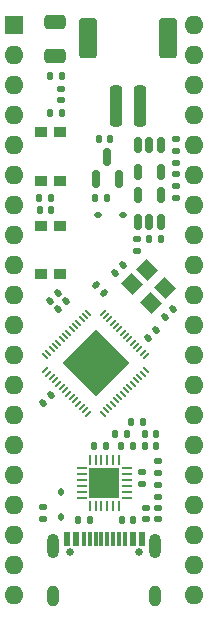
<source format=gbr>
%TF.GenerationSoftware,KiCad,Pcbnew,8.0.6*%
%TF.CreationDate,2024-11-16T14:28:32-06:00*%
%TF.ProjectId,ATesp32,41546573-7033-4322-9e6b-696361645f70,rev?*%
%TF.SameCoordinates,PX47868c0PY608f3d0*%
%TF.FileFunction,Soldermask,Top*%
%TF.FilePolarity,Negative*%
%FSLAX46Y46*%
G04 Gerber Fmt 4.6, Leading zero omitted, Abs format (unit mm)*
G04 Created by KiCad (PCBNEW 8.0.6) date 2024-11-16 14:28:32*
%MOMM*%
%LPD*%
G01*
G04 APERTURE LIST*
G04 Aperture macros list*
%AMRoundRect*
0 Rectangle with rounded corners*
0 $1 Rounding radius*
0 $2 $3 $4 $5 $6 $7 $8 $9 X,Y pos of 4 corners*
0 Add a 4 corners polygon primitive as box body*
4,1,4,$2,$3,$4,$5,$6,$7,$8,$9,$2,$3,0*
0 Add four circle primitives for the rounded corners*
1,1,$1+$1,$2,$3*
1,1,$1+$1,$4,$5*
1,1,$1+$1,$6,$7*
1,1,$1+$1,$8,$9*
0 Add four rect primitives between the rounded corners*
20,1,$1+$1,$2,$3,$4,$5,0*
20,1,$1+$1,$4,$5,$6,$7,0*
20,1,$1+$1,$6,$7,$8,$9,0*
20,1,$1+$1,$8,$9,$2,$3,0*%
%AMRotRect*
0 Rectangle, with rotation*
0 The origin of the aperture is its center*
0 $1 length*
0 $2 width*
0 $3 Rotation angle, in degrees counterclockwise*
0 Add horizontal line*
21,1,$1,$2,0,0,$3*%
G04 Aperture macros list end*
%ADD10RoundRect,0.135000X-0.135000X-0.185000X0.135000X-0.185000X0.135000X0.185000X-0.135000X0.185000X0*%
%ADD11RoundRect,0.140000X0.021213X-0.219203X0.219203X-0.021213X-0.021213X0.219203X-0.219203X0.021213X0*%
%ADD12RoundRect,0.140000X0.140000X0.170000X-0.140000X0.170000X-0.140000X-0.170000X0.140000X-0.170000X0*%
%ADD13RoundRect,0.140000X-0.021213X0.219203X-0.219203X0.021213X0.021213X-0.219203X0.219203X-0.021213X0*%
%ADD14RoundRect,0.150000X0.150000X-0.587500X0.150000X0.587500X-0.150000X0.587500X-0.150000X-0.587500X0*%
%ADD15R,1.000000X0.900000*%
%ADD16RoundRect,0.150000X0.150000X-0.512500X0.150000X0.512500X-0.150000X0.512500X-0.150000X-0.512500X0*%
%ADD17RoundRect,0.150000X-0.150000X0.512500X-0.150000X-0.512500X0.150000X-0.512500X0.150000X0.512500X0*%
%ADD18RoundRect,0.135000X0.135000X0.185000X-0.135000X0.185000X-0.135000X-0.185000X0.135000X-0.185000X0*%
%ADD19RoundRect,0.140000X0.219203X0.021213X0.021213X0.219203X-0.219203X-0.021213X-0.021213X-0.219203X0*%
%ADD20RoundRect,0.147500X-0.147500X-0.172500X0.147500X-0.172500X0.147500X0.172500X-0.147500X0.172500X0*%
%ADD21RoundRect,0.135000X-0.185000X0.135000X-0.185000X-0.135000X0.185000X-0.135000X0.185000X0.135000X0*%
%ADD22RoundRect,0.135000X0.185000X-0.135000X0.185000X0.135000X-0.185000X0.135000X-0.185000X-0.135000X0*%
%ADD23RoundRect,0.112500X-0.112500X0.187500X-0.112500X-0.187500X0.112500X-0.187500X0.112500X0.187500X0*%
%ADD24RoundRect,0.062500X0.062500X-0.350000X0.062500X0.350000X-0.062500X0.350000X-0.062500X-0.350000X0*%
%ADD25RoundRect,0.062500X0.350000X-0.062500X0.350000X0.062500X-0.350000X0.062500X-0.350000X-0.062500X0*%
%ADD26R,2.600000X2.600000*%
%ADD27RoundRect,0.112500X0.187500X0.112500X-0.187500X0.112500X-0.187500X-0.112500X0.187500X-0.112500X0*%
%ADD28R,1.600000X1.600000*%
%ADD29O,1.600000X1.600000*%
%ADD30RoundRect,0.250000X0.250000X1.500000X-0.250000X1.500000X-0.250000X-1.500000X0.250000X-1.500000X0*%
%ADD31RoundRect,0.250001X0.499999X1.449999X-0.499999X1.449999X-0.499999X-1.449999X0.499999X-1.449999X0*%
%ADD32RoundRect,0.250000X0.650000X-0.350000X0.650000X0.350000X-0.650000X0.350000X-0.650000X-0.350000X0*%
%ADD33RoundRect,0.147500X0.172500X-0.147500X0.172500X0.147500X-0.172500X0.147500X-0.172500X-0.147500X0*%
%ADD34RoundRect,0.147500X-0.172500X0.147500X-0.172500X-0.147500X0.172500X-0.147500X0.172500X0.147500X0*%
%ADD35RoundRect,0.140000X-0.140000X-0.170000X0.140000X-0.170000X0.140000X0.170000X-0.140000X0.170000X0*%
%ADD36RoundRect,0.050000X-0.282843X0.212132X0.212132X-0.282843X0.282843X-0.212132X-0.212132X0.282843X0*%
%ADD37RoundRect,0.050000X-0.282843X-0.212132X-0.212132X-0.282843X0.282843X0.212132X0.212132X0.282843X0*%
%ADD38RotRect,4.000000X4.000000X315.000000*%
%ADD39C,0.650000*%
%ADD40R,0.600000X1.240000*%
%ADD41R,0.300000X1.240000*%
%ADD42O,1.000000X2.100000*%
%ADD43O,1.000000X1.800000*%
%ADD44RoundRect,0.140000X-0.170000X0.140000X-0.170000X-0.140000X0.170000X-0.140000X0.170000X0.140000X0*%
%ADD45RotRect,1.400000X1.200000X135.000000*%
G04 APERTURE END LIST*
D10*
%TO.C,R14*%
X9890000Y15250000D03*
X10910000Y15250000D03*
%TD*%
D11*
%TO.C,C5*%
X12660589Y23410589D03*
X13339411Y24089411D03*
%TD*%
D10*
%TO.C,R4*%
X12740000Y31750000D03*
X13760000Y31750000D03*
%TD*%
D12*
%TO.C,C9*%
X5380000Y45550000D03*
X4420000Y45550000D03*
%TD*%
D13*
%TO.C,C1*%
X5739411Y26489411D03*
X5060589Y25810589D03*
%TD*%
%TO.C,C3*%
X5039411Y27189411D03*
X4360589Y26510589D03*
%TD*%
D14*
%TO.C,Q1*%
X8300000Y36812500D03*
X10200000Y36812500D03*
X9250000Y38687500D03*
%TD*%
D15*
%TO.C,SW1*%
X5200000Y40800000D03*
X5200000Y36700000D03*
X3600000Y40800000D03*
X3600000Y36700000D03*
%TD*%
D16*
%TO.C,U4*%
X11850000Y33225000D03*
X12800000Y33225000D03*
X13750000Y33225000D03*
X13750000Y35500000D03*
X11850000Y35500000D03*
%TD*%
D17*
%TO.C,U3*%
X13750000Y39750000D03*
X12800000Y39750000D03*
X11850000Y39750000D03*
X11850000Y37475000D03*
X13750000Y37475000D03*
%TD*%
D18*
%TO.C,R1*%
X4509999Y35250000D03*
X3490001Y35250000D03*
%TD*%
D19*
%TO.C,C7*%
X8939411Y27210589D03*
X8260589Y27889411D03*
%TD*%
D20*
%TO.C,D6*%
X12415000Y14250000D03*
X13385000Y14250000D03*
%TD*%
D15*
%TO.C,SW2*%
X5200000Y32900000D03*
X5200000Y28800000D03*
X3600000Y32900000D03*
X3600000Y28800000D03*
%TD*%
D21*
%TO.C,R12*%
X13500000Y12960000D03*
X13500000Y11940000D03*
%TD*%
D22*
%TO.C,R11*%
X13500000Y9940000D03*
X13500000Y10960000D03*
%TD*%
D23*
%TO.C,D1*%
X5350000Y10300000D03*
X5350000Y8200000D03*
%TD*%
D18*
%TO.C,R8*%
X12259999Y16250000D03*
X11240001Y16250000D03*
%TD*%
D24*
%TO.C,U5*%
X7750000Y9150000D03*
X8250000Y9150000D03*
X8750000Y9150000D03*
X9250000Y9150000D03*
X9750000Y9150000D03*
X10250000Y9150000D03*
D25*
X10937500Y9837500D03*
X10937500Y10337500D03*
X10937500Y10837500D03*
X10937500Y11337500D03*
X10937500Y11837500D03*
X10937500Y12337500D03*
D24*
X10250000Y13025000D03*
X9750000Y13025000D03*
X9250000Y13025000D03*
X8750000Y13025000D03*
X8250000Y13025000D03*
X7750000Y13025000D03*
D25*
X7062500Y12337500D03*
X7062500Y11837500D03*
X7062500Y11337500D03*
X7062500Y10837500D03*
X7062500Y10337500D03*
X7062500Y9837500D03*
D26*
X9000000Y11087500D03*
%TD*%
D10*
%TO.C,R2*%
X8240000Y35250000D03*
X9260000Y35250000D03*
%TD*%
D27*
%TO.C,D4*%
X10550000Y33750000D03*
X8450000Y33750000D03*
%TD*%
D18*
%TO.C,R5*%
X7760000Y8000000D03*
X6740000Y8000000D03*
%TD*%
D21*
%TO.C,R3*%
X15100000Y36260000D03*
X15100000Y35240000D03*
%TD*%
D22*
%TO.C,R7*%
X3800000Y8090000D03*
X3800000Y9110000D03*
%TD*%
D20*
%TO.C,D5*%
X12415000Y15250000D03*
X13385000Y15250000D03*
%TD*%
D28*
%TO.C,U2*%
X1380000Y49880000D03*
D29*
X1380000Y47340000D03*
X1380000Y44800000D03*
X1380000Y42260000D03*
X1380000Y39720000D03*
X1380000Y37180000D03*
X1380000Y34640000D03*
X1380000Y32100000D03*
X1380000Y29560000D03*
X1380000Y27020000D03*
X1380000Y24480000D03*
X1380000Y21940000D03*
X1380000Y19400000D03*
X1380000Y16860000D03*
X1380000Y14320000D03*
X1380000Y11780000D03*
X1380000Y9240000D03*
X1380000Y6700000D03*
X1380000Y4160000D03*
X1380000Y1620000D03*
X16620000Y1620000D03*
X16620000Y4160000D03*
X16620000Y6700000D03*
X16620000Y9240000D03*
X16620000Y11780000D03*
X16620000Y14320000D03*
X16620000Y16860000D03*
X16620000Y19400000D03*
X16620000Y21940000D03*
X16620000Y24480000D03*
X16620000Y27020000D03*
X16620000Y29560000D03*
X16620000Y32100000D03*
X16620000Y34640000D03*
X16620000Y37180000D03*
X16620000Y39720000D03*
X16620000Y42260000D03*
X16620000Y44800000D03*
X16620000Y47340000D03*
X16620000Y49880000D03*
%TD*%
D30*
%TO.C,J2*%
X12000000Y43000000D03*
X10000000Y43000000D03*
D31*
X14350000Y48750000D03*
X7650000Y48750000D03*
%TD*%
D32*
%TO.C,AE1*%
X4800000Y47250000D03*
X4800000Y50150000D03*
%TD*%
D33*
%TO.C,L2*%
X5350000Y43515000D03*
X5350000Y44485000D03*
%TD*%
D34*
%TO.C,D2*%
X15100000Y38235000D03*
X15100000Y37265000D03*
%TD*%
D35*
%TO.C,C10*%
X3520000Y34250000D03*
X4480000Y34250000D03*
%TD*%
D21*
%TO.C,R13*%
X12200000Y12060000D03*
X12200000Y11040000D03*
%TD*%
D35*
%TO.C,C17*%
X10500000Y8000000D03*
X11460000Y8000000D03*
%TD*%
D18*
%TO.C,R9*%
X9110000Y14250000D03*
X8090000Y14250000D03*
%TD*%
D21*
%TO.C,R6*%
X15100000Y40260000D03*
X15100000Y39240000D03*
%TD*%
D36*
%TO.C,U1*%
X7648959Y25527996D03*
X7366117Y25245153D03*
X7083274Y24962311D03*
X6800431Y24679468D03*
X6517588Y24396625D03*
X6234746Y24113782D03*
X5951903Y23830940D03*
X5669060Y23548097D03*
X5386218Y23265254D03*
X5103375Y22982412D03*
X4820532Y22699569D03*
X4537689Y22416726D03*
X4254847Y22133883D03*
X3972004Y21851041D03*
D37*
X3972004Y20648959D03*
X4254847Y20366117D03*
X4537689Y20083274D03*
X4820532Y19800431D03*
X5103375Y19517588D03*
X5386218Y19234746D03*
X5669060Y18951903D03*
X5951903Y18669060D03*
X6234746Y18386218D03*
X6517588Y18103375D03*
X6800431Y17820532D03*
X7083274Y17537689D03*
X7366117Y17254847D03*
X7648959Y16972004D03*
D36*
X8851041Y16972004D03*
X9133883Y17254847D03*
X9416726Y17537689D03*
X9699569Y17820532D03*
X9982412Y18103375D03*
X10265254Y18386218D03*
X10548097Y18669060D03*
X10830940Y18951903D03*
X11113782Y19234746D03*
X11396625Y19517588D03*
X11679468Y19800431D03*
X11962311Y20083274D03*
X12245153Y20366117D03*
X12527996Y20648959D03*
D37*
X12527996Y21851041D03*
X12245153Y22133883D03*
X11962311Y22416726D03*
X11679468Y22699569D03*
X11396625Y22982412D03*
X11113782Y23265254D03*
X10830940Y23548097D03*
X10548097Y23830940D03*
X10265254Y24113782D03*
X9982412Y24396625D03*
X9699569Y24679468D03*
X9416726Y24962311D03*
X9133883Y25245153D03*
X8851041Y25527996D03*
D38*
X8250000Y21250000D03*
%TD*%
D39*
%TO.C,J1*%
X6110000Y5250000D03*
X11890000Y5250000D03*
D40*
X5800000Y6370000D03*
X6600000Y6370000D03*
D41*
X7750000Y6370000D03*
X8750000Y6370000D03*
X9250000Y6370000D03*
X10250000Y6370000D03*
D40*
X11400000Y6370000D03*
X12200000Y6370000D03*
X12200000Y6370000D03*
X11400000Y6370000D03*
D41*
X10750000Y6370000D03*
X9750000Y6370000D03*
X8250000Y6370000D03*
X7250000Y6370000D03*
D40*
X6600000Y6370000D03*
X5800000Y6370000D03*
D42*
X4680000Y5770000D03*
D43*
X4680000Y1570000D03*
D42*
X13320000Y5770000D03*
D43*
X13320000Y1570000D03*
%TD*%
D13*
%TO.C,C12*%
X14839411Y25839411D03*
X14160589Y25160589D03*
%TD*%
D12*
%TO.C,C14*%
X9460000Y40250000D03*
X8500000Y40250000D03*
%TD*%
D44*
%TO.C,C4*%
X12500000Y8980000D03*
X12500000Y8020000D03*
%TD*%
D13*
%TO.C,C11*%
X10589411Y29589411D03*
X9910589Y28910589D03*
%TD*%
D44*
%TO.C,C13*%
X11750000Y31730000D03*
X11750000Y30770000D03*
%TD*%
D13*
%TO.C,C6*%
X4439411Y18589411D03*
X3760589Y17910589D03*
%TD*%
D12*
%TO.C,C8*%
X5380000Y42450000D03*
X4420000Y42450000D03*
%TD*%
D10*
%TO.C,R15*%
X10390000Y14250000D03*
X11410000Y14250000D03*
%TD*%
D44*
%TO.C,C15*%
X13500000Y8980000D03*
X13500000Y8020000D03*
%TD*%
D45*
%TO.C,Y1*%
X14128858Y27573223D03*
X12573223Y29128858D03*
X11371142Y27926777D03*
X12926777Y26371142D03*
%TD*%
M02*

</source>
